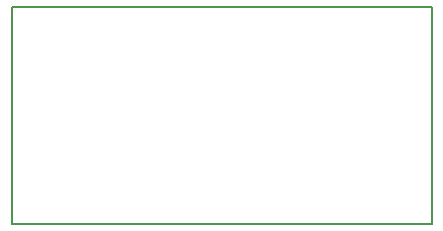
<source format=gbr>
G04 #@! TF.GenerationSoftware,KiCad,Pcbnew,(5.0.2)-1*
G04 #@! TF.CreationDate,2019-08-29T18:06:14-04:00*
G04 #@! TF.ProjectId,IGEM_Device,4947454d-5f44-4657-9669-63652e6b6963,rev?*
G04 #@! TF.SameCoordinates,Original*
G04 #@! TF.FileFunction,Profile,NP*
%FSLAX46Y46*%
G04 Gerber Fmt 4.6, Leading zero omitted, Abs format (unit mm)*
G04 Created by KiCad (PCBNEW (5.0.2)-1) date 2019-08-29 6:06:14 PM*
%MOMM*%
%LPD*%
G01*
G04 APERTURE LIST*
%ADD10C,0.200000*%
G04 APERTURE END LIST*
D10*
X175260000Y-99060000D02*
X139700000Y-99060000D01*
X175260000Y-80645000D02*
X175260000Y-99060000D01*
X139700000Y-80645000D02*
X175260000Y-80645000D01*
X139700000Y-99060000D02*
X139700000Y-80645000D01*
M02*

</source>
